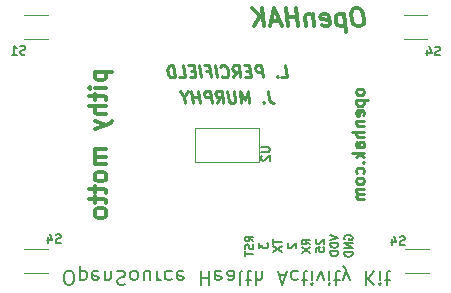
<source format=gbr>
G04 #@! TF.GenerationSoftware,KiCad,Pcbnew,(5.0.1-3-g963ef8bb5)*
G04 #@! TF.CreationDate,2019-05-06T12:15:08-04:00*
G04 #@! TF.ProjectId,OHAK_131,4F48414B5F3133312E6B696361645F70,rev?*
G04 #@! TF.SameCoordinates,Original*
G04 #@! TF.FileFunction,Legend,Bot*
G04 #@! TF.FilePolarity,Positive*
%FSLAX46Y46*%
G04 Gerber Fmt 4.6, Leading zero omitted, Abs format (unit mm)*
G04 Created by KiCad (PCBNEW (5.0.1-3-g963ef8bb5)) date Monday, May 06, 2019 at 12:15:08 PM*
%MOMM*%
%LPD*%
G01*
G04 APERTURE LIST*
%ADD10C,0.150000*%
%ADD11C,0.300000*%
%ADD12C,0.250000*%
%ADD13C,0.200000*%
%ADD14C,0.100000*%
%ADD15C,0.120000*%
G04 APERTURE END LIST*
D10*
X142657546Y-106410526D02*
X142324213Y-106177193D01*
X142657546Y-106010526D02*
X141957546Y-106010526D01*
X141957546Y-106277193D01*
X141990880Y-106343860D01*
X142024213Y-106377193D01*
X142090880Y-106410526D01*
X142190880Y-106410526D01*
X142257546Y-106377193D01*
X142290880Y-106343860D01*
X142324213Y-106277193D01*
X142324213Y-106010526D01*
X142624213Y-106677193D02*
X142657546Y-106777193D01*
X142657546Y-106943860D01*
X142624213Y-107010526D01*
X142590880Y-107043860D01*
X142524213Y-107077193D01*
X142457546Y-107077193D01*
X142390880Y-107043860D01*
X142357546Y-107010526D01*
X142324213Y-106943860D01*
X142290880Y-106810526D01*
X142257546Y-106743860D01*
X142224213Y-106710526D01*
X142157546Y-106677193D01*
X142090880Y-106677193D01*
X142024213Y-106710526D01*
X141990880Y-106743860D01*
X141957546Y-106810526D01*
X141957546Y-106977193D01*
X141990880Y-107077193D01*
X141957546Y-107277193D02*
X141957546Y-107677193D01*
X142657546Y-107477193D02*
X141957546Y-107477193D01*
X143157546Y-106560526D02*
X143157546Y-106993860D01*
X143424213Y-106760526D01*
X143424213Y-106860526D01*
X143457546Y-106927193D01*
X143490880Y-106960526D01*
X143557546Y-106993860D01*
X143724213Y-106993860D01*
X143790880Y-106960526D01*
X143824213Y-106927193D01*
X143857546Y-106860526D01*
X143857546Y-106660526D01*
X143824213Y-106593860D01*
X143790880Y-106560526D01*
X144357546Y-106260526D02*
X144357546Y-106660526D01*
X145057546Y-106460526D02*
X144357546Y-106460526D01*
X144357546Y-106827193D02*
X145057546Y-107293860D01*
X144357546Y-107293860D02*
X145057546Y-106827193D01*
X145624213Y-106593860D02*
X145590880Y-106627193D01*
X145557546Y-106693860D01*
X145557546Y-106860526D01*
X145590880Y-106927193D01*
X145624213Y-106960526D01*
X145690880Y-106993860D01*
X145757546Y-106993860D01*
X145857546Y-106960526D01*
X146257546Y-106560526D01*
X146257546Y-106993860D01*
X147457546Y-106677193D02*
X147124213Y-106443860D01*
X147457546Y-106277193D02*
X146757546Y-106277193D01*
X146757546Y-106543860D01*
X146790880Y-106610526D01*
X146824213Y-106643860D01*
X146890880Y-106677193D01*
X146990880Y-106677193D01*
X147057546Y-106643860D01*
X147090880Y-106610526D01*
X147124213Y-106543860D01*
X147124213Y-106277193D01*
X146757546Y-106910526D02*
X147457546Y-107377193D01*
X146757546Y-107377193D02*
X147457546Y-106910526D01*
X148024213Y-106260526D02*
X147990880Y-106293860D01*
X147957546Y-106360526D01*
X147957546Y-106527193D01*
X147990880Y-106593860D01*
X148024213Y-106627193D01*
X148090880Y-106660526D01*
X148157546Y-106660526D01*
X148257546Y-106627193D01*
X148657546Y-106227193D01*
X148657546Y-106660526D01*
X147957546Y-107293860D02*
X147957546Y-106960526D01*
X148290880Y-106927193D01*
X148257546Y-106960526D01*
X148224213Y-107027193D01*
X148224213Y-107193860D01*
X148257546Y-107260526D01*
X148290880Y-107293860D01*
X148357546Y-107327193D01*
X148524213Y-107327193D01*
X148590880Y-107293860D01*
X148624213Y-107260526D01*
X148657546Y-107193860D01*
X148657546Y-107027193D01*
X148624213Y-106960526D01*
X148590880Y-106927193D01*
X149157546Y-105860526D02*
X149857546Y-106093860D01*
X149157546Y-106327193D01*
X149857546Y-106560526D02*
X149157546Y-106560526D01*
X149157546Y-106727193D01*
X149190880Y-106827193D01*
X149257546Y-106893860D01*
X149324213Y-106927193D01*
X149457546Y-106960526D01*
X149557546Y-106960526D01*
X149690880Y-106927193D01*
X149757546Y-106893860D01*
X149824213Y-106827193D01*
X149857546Y-106727193D01*
X149857546Y-106560526D01*
X149857546Y-107260526D02*
X149157546Y-107260526D01*
X149157546Y-107427193D01*
X149190880Y-107527193D01*
X149257546Y-107593860D01*
X149324213Y-107627193D01*
X149457546Y-107660526D01*
X149557546Y-107660526D01*
X149690880Y-107627193D01*
X149757546Y-107593860D01*
X149824213Y-107527193D01*
X149857546Y-107427193D01*
X149857546Y-107260526D01*
X150390880Y-106260526D02*
X150357546Y-106193860D01*
X150357546Y-106093860D01*
X150390880Y-105993860D01*
X150457546Y-105927193D01*
X150524213Y-105893860D01*
X150657546Y-105860526D01*
X150757546Y-105860526D01*
X150890880Y-105893860D01*
X150957546Y-105927193D01*
X151024213Y-105993860D01*
X151057546Y-106093860D01*
X151057546Y-106160526D01*
X151024213Y-106260526D01*
X150990880Y-106293860D01*
X150757546Y-106293860D01*
X150757546Y-106160526D01*
X151057546Y-106593860D02*
X150357546Y-106593860D01*
X151057546Y-106993860D01*
X150357546Y-106993860D01*
X151057546Y-107327193D02*
X150357546Y-107327193D01*
X150357546Y-107493860D01*
X150390880Y-107593860D01*
X150457546Y-107660526D01*
X150524213Y-107693860D01*
X150657546Y-107727193D01*
X150757546Y-107727193D01*
X150890880Y-107693860D01*
X150957546Y-107660526D01*
X151024213Y-107593860D01*
X151057546Y-107493860D01*
X151057546Y-107327193D01*
D11*
X129219451Y-92051002D02*
X130719451Y-92051002D01*
X129290880Y-92051002D02*
X129219451Y-92193860D01*
X129219451Y-92479574D01*
X129290880Y-92622431D01*
X129362308Y-92693860D01*
X129505165Y-92765288D01*
X129933737Y-92765288D01*
X130076594Y-92693860D01*
X130148022Y-92622431D01*
X130219451Y-92479574D01*
X130219451Y-92193860D01*
X130148022Y-92051002D01*
X130219451Y-93408145D02*
X129219451Y-93408145D01*
X128719451Y-93408145D02*
X128790880Y-93336717D01*
X128862308Y-93408145D01*
X128790880Y-93479574D01*
X128719451Y-93408145D01*
X128862308Y-93408145D01*
X129219451Y-93908145D02*
X129219451Y-94479574D01*
X128719451Y-94122431D02*
X130005165Y-94122431D01*
X130148022Y-94193860D01*
X130219451Y-94336717D01*
X130219451Y-94479574D01*
X130219451Y-94979574D02*
X128719451Y-94979574D01*
X130219451Y-95622431D02*
X129433737Y-95622431D01*
X129290880Y-95551002D01*
X129219451Y-95408145D01*
X129219451Y-95193860D01*
X129290880Y-95051002D01*
X129362308Y-94979574D01*
X129219451Y-96193860D02*
X130219451Y-96551002D01*
X129219451Y-96908145D02*
X130219451Y-96551002D01*
X130576594Y-96408145D01*
X130648022Y-96336717D01*
X130719451Y-96193860D01*
X130219451Y-98622431D02*
X129219451Y-98622431D01*
X129362308Y-98622431D02*
X129290880Y-98693860D01*
X129219451Y-98836717D01*
X129219451Y-99051002D01*
X129290880Y-99193860D01*
X129433737Y-99265288D01*
X130219451Y-99265288D01*
X129433737Y-99265288D02*
X129290880Y-99336717D01*
X129219451Y-99479574D01*
X129219451Y-99693860D01*
X129290880Y-99836717D01*
X129433737Y-99908145D01*
X130219451Y-99908145D01*
X130219451Y-100836717D02*
X130148022Y-100693860D01*
X130076594Y-100622431D01*
X129933737Y-100551002D01*
X129505165Y-100551002D01*
X129362308Y-100622431D01*
X129290880Y-100693860D01*
X129219451Y-100836717D01*
X129219451Y-101051002D01*
X129290880Y-101193860D01*
X129362308Y-101265288D01*
X129505165Y-101336717D01*
X129933737Y-101336717D01*
X130076594Y-101265288D01*
X130148022Y-101193860D01*
X130219451Y-101051002D01*
X130219451Y-100836717D01*
X129219451Y-101765288D02*
X129219451Y-102336717D01*
X128719451Y-101979574D02*
X130005165Y-101979574D01*
X130148022Y-102051002D01*
X130219451Y-102193860D01*
X130219451Y-102336717D01*
X129219451Y-102622431D02*
X129219451Y-103193860D01*
X128719451Y-102836717D02*
X130005165Y-102836717D01*
X130148022Y-102908145D01*
X130219451Y-103051002D01*
X130219451Y-103193860D01*
X130219451Y-103908145D02*
X130148022Y-103765288D01*
X130076594Y-103693860D01*
X129933737Y-103622431D01*
X129505165Y-103622431D01*
X129362308Y-103693860D01*
X129290880Y-103765288D01*
X129219451Y-103908145D01*
X129219451Y-104122431D01*
X129290880Y-104265288D01*
X129362308Y-104336717D01*
X129505165Y-104408145D01*
X129933737Y-104408145D01*
X130076594Y-104336717D01*
X130148022Y-104265288D01*
X130219451Y-104122431D01*
X130219451Y-103908145D01*
D12*
X152018260Y-93693860D02*
X151970641Y-93598621D01*
X151923022Y-93551002D01*
X151827784Y-93503383D01*
X151542070Y-93503383D01*
X151446832Y-93551002D01*
X151399213Y-93598621D01*
X151351594Y-93693860D01*
X151351594Y-93836717D01*
X151399213Y-93931955D01*
X151446832Y-93979574D01*
X151542070Y-94027193D01*
X151827784Y-94027193D01*
X151923022Y-93979574D01*
X151970641Y-93931955D01*
X152018260Y-93836717D01*
X152018260Y-93693860D01*
X151351594Y-94455764D02*
X152351594Y-94455764D01*
X151399213Y-94455764D02*
X151351594Y-94551002D01*
X151351594Y-94741479D01*
X151399213Y-94836717D01*
X151446832Y-94884336D01*
X151542070Y-94931955D01*
X151827784Y-94931955D01*
X151923022Y-94884336D01*
X151970641Y-94836717D01*
X152018260Y-94741479D01*
X152018260Y-94551002D01*
X151970641Y-94455764D01*
X151970641Y-95741479D02*
X152018260Y-95646240D01*
X152018260Y-95455764D01*
X151970641Y-95360526D01*
X151875403Y-95312907D01*
X151494451Y-95312907D01*
X151399213Y-95360526D01*
X151351594Y-95455764D01*
X151351594Y-95646240D01*
X151399213Y-95741479D01*
X151494451Y-95789098D01*
X151589689Y-95789098D01*
X151684927Y-95312907D01*
X151351594Y-96217669D02*
X152018260Y-96217669D01*
X151446832Y-96217669D02*
X151399213Y-96265288D01*
X151351594Y-96360526D01*
X151351594Y-96503383D01*
X151399213Y-96598621D01*
X151494451Y-96646240D01*
X152018260Y-96646240D01*
X152018260Y-97122431D02*
X151018260Y-97122431D01*
X152018260Y-97551002D02*
X151494451Y-97551002D01*
X151399213Y-97503383D01*
X151351594Y-97408145D01*
X151351594Y-97265288D01*
X151399213Y-97170050D01*
X151446832Y-97122431D01*
X152018260Y-98455764D02*
X151494451Y-98455764D01*
X151399213Y-98408145D01*
X151351594Y-98312907D01*
X151351594Y-98122431D01*
X151399213Y-98027193D01*
X151970641Y-98455764D02*
X152018260Y-98360526D01*
X152018260Y-98122431D01*
X151970641Y-98027193D01*
X151875403Y-97979574D01*
X151780165Y-97979574D01*
X151684927Y-98027193D01*
X151637308Y-98122431D01*
X151637308Y-98360526D01*
X151589689Y-98455764D01*
X152018260Y-98931955D02*
X151018260Y-98931955D01*
X151637308Y-99027193D02*
X152018260Y-99312907D01*
X151351594Y-99312907D02*
X151732546Y-98931955D01*
X151923022Y-99741479D02*
X151970641Y-99789098D01*
X152018260Y-99741479D01*
X151970641Y-99693860D01*
X151923022Y-99741479D01*
X152018260Y-99741479D01*
X151970641Y-100646240D02*
X152018260Y-100551002D01*
X152018260Y-100360526D01*
X151970641Y-100265288D01*
X151923022Y-100217669D01*
X151827784Y-100170050D01*
X151542070Y-100170050D01*
X151446832Y-100217669D01*
X151399213Y-100265288D01*
X151351594Y-100360526D01*
X151351594Y-100551002D01*
X151399213Y-100646240D01*
X152018260Y-101217669D02*
X151970641Y-101122431D01*
X151923022Y-101074812D01*
X151827784Y-101027193D01*
X151542070Y-101027193D01*
X151446832Y-101074812D01*
X151399213Y-101122431D01*
X151351594Y-101217669D01*
X151351594Y-101360526D01*
X151399213Y-101455764D01*
X151446832Y-101503383D01*
X151542070Y-101551002D01*
X151827784Y-101551002D01*
X151923022Y-101503383D01*
X151970641Y-101455764D01*
X152018260Y-101360526D01*
X152018260Y-101217669D01*
X152018260Y-101979574D02*
X151351594Y-101979574D01*
X151446832Y-101979574D02*
X151399213Y-102027193D01*
X151351594Y-102122431D01*
X151351594Y-102265288D01*
X151399213Y-102360526D01*
X151494451Y-102408145D01*
X152018260Y-102408145D01*
X151494451Y-102408145D02*
X151399213Y-102455764D01*
X151351594Y-102551002D01*
X151351594Y-102693860D01*
X151399213Y-102789098D01*
X151494451Y-102836717D01*
X152018260Y-102836717D01*
D13*
X126933737Y-110101002D02*
X127162308Y-110101002D01*
X127276594Y-110043860D01*
X127390880Y-109929574D01*
X127448022Y-109701002D01*
X127448022Y-109301002D01*
X127390880Y-109072431D01*
X127276594Y-108958145D01*
X127162308Y-108901002D01*
X126933737Y-108901002D01*
X126819451Y-108958145D01*
X126705165Y-109072431D01*
X126648022Y-109301002D01*
X126648022Y-109701002D01*
X126705165Y-109929574D01*
X126819451Y-110043860D01*
X126933737Y-110101002D01*
X127962308Y-109701002D02*
X127962308Y-108501002D01*
X127962308Y-109643860D02*
X128076594Y-109701002D01*
X128305165Y-109701002D01*
X128419451Y-109643860D01*
X128476594Y-109586717D01*
X128533737Y-109472431D01*
X128533737Y-109129574D01*
X128476594Y-109015288D01*
X128419451Y-108958145D01*
X128305165Y-108901002D01*
X128076594Y-108901002D01*
X127962308Y-108958145D01*
X129505165Y-108958145D02*
X129390880Y-108901002D01*
X129162308Y-108901002D01*
X129048022Y-108958145D01*
X128990880Y-109072431D01*
X128990880Y-109529574D01*
X129048022Y-109643860D01*
X129162308Y-109701002D01*
X129390880Y-109701002D01*
X129505165Y-109643860D01*
X129562308Y-109529574D01*
X129562308Y-109415288D01*
X128990880Y-109301002D01*
X130076594Y-109701002D02*
X130076594Y-108901002D01*
X130076594Y-109586717D02*
X130133737Y-109643860D01*
X130248022Y-109701002D01*
X130419451Y-109701002D01*
X130533737Y-109643860D01*
X130590880Y-109529574D01*
X130590880Y-108901002D01*
X131105165Y-108958145D02*
X131276594Y-108901002D01*
X131562308Y-108901002D01*
X131676594Y-108958145D01*
X131733737Y-109015288D01*
X131790880Y-109129574D01*
X131790880Y-109243860D01*
X131733737Y-109358145D01*
X131676594Y-109415288D01*
X131562308Y-109472431D01*
X131333737Y-109529574D01*
X131219451Y-109586717D01*
X131162308Y-109643860D01*
X131105165Y-109758145D01*
X131105165Y-109872431D01*
X131162308Y-109986717D01*
X131219451Y-110043860D01*
X131333737Y-110101002D01*
X131619451Y-110101002D01*
X131790880Y-110043860D01*
X132476594Y-108901002D02*
X132362308Y-108958145D01*
X132305165Y-109015288D01*
X132248022Y-109129574D01*
X132248022Y-109472431D01*
X132305165Y-109586717D01*
X132362308Y-109643860D01*
X132476594Y-109701002D01*
X132648022Y-109701002D01*
X132762308Y-109643860D01*
X132819451Y-109586717D01*
X132876594Y-109472431D01*
X132876594Y-109129574D01*
X132819451Y-109015288D01*
X132762308Y-108958145D01*
X132648022Y-108901002D01*
X132476594Y-108901002D01*
X133905165Y-109701002D02*
X133905165Y-108901002D01*
X133390880Y-109701002D02*
X133390880Y-109072431D01*
X133448022Y-108958145D01*
X133562308Y-108901002D01*
X133733737Y-108901002D01*
X133848022Y-108958145D01*
X133905165Y-109015288D01*
X134476594Y-108901002D02*
X134476594Y-109701002D01*
X134476594Y-109472431D02*
X134533737Y-109586717D01*
X134590880Y-109643860D01*
X134705165Y-109701002D01*
X134819451Y-109701002D01*
X135733737Y-108958145D02*
X135619451Y-108901002D01*
X135390880Y-108901002D01*
X135276594Y-108958145D01*
X135219451Y-109015288D01*
X135162308Y-109129574D01*
X135162308Y-109472431D01*
X135219451Y-109586717D01*
X135276594Y-109643860D01*
X135390880Y-109701002D01*
X135619451Y-109701002D01*
X135733737Y-109643860D01*
X136705165Y-108958145D02*
X136590880Y-108901002D01*
X136362308Y-108901002D01*
X136248022Y-108958145D01*
X136190880Y-109072431D01*
X136190880Y-109529574D01*
X136248022Y-109643860D01*
X136362308Y-109701002D01*
X136590880Y-109701002D01*
X136705165Y-109643860D01*
X136762308Y-109529574D01*
X136762308Y-109415288D01*
X136190880Y-109301002D01*
X138190880Y-108901002D02*
X138190880Y-110101002D01*
X138190880Y-109529574D02*
X138876594Y-109529574D01*
X138876594Y-108901002D02*
X138876594Y-110101002D01*
X139905165Y-108958145D02*
X139790880Y-108901002D01*
X139562308Y-108901002D01*
X139448022Y-108958145D01*
X139390880Y-109072431D01*
X139390880Y-109529574D01*
X139448022Y-109643860D01*
X139562308Y-109701002D01*
X139790880Y-109701002D01*
X139905165Y-109643860D01*
X139962308Y-109529574D01*
X139962308Y-109415288D01*
X139390880Y-109301002D01*
X140990880Y-108901002D02*
X140990880Y-109529574D01*
X140933737Y-109643860D01*
X140819451Y-109701002D01*
X140590880Y-109701002D01*
X140476594Y-109643860D01*
X140990880Y-108958145D02*
X140876594Y-108901002D01*
X140590880Y-108901002D01*
X140476594Y-108958145D01*
X140419451Y-109072431D01*
X140419451Y-109186717D01*
X140476594Y-109301002D01*
X140590880Y-109358145D01*
X140876594Y-109358145D01*
X140990880Y-109415288D01*
X141733737Y-108901002D02*
X141619451Y-108958145D01*
X141562308Y-109072431D01*
X141562308Y-110101002D01*
X142019451Y-109701002D02*
X142476594Y-109701002D01*
X142190880Y-110101002D02*
X142190880Y-109072431D01*
X142248022Y-108958145D01*
X142362308Y-108901002D01*
X142476594Y-108901002D01*
X142876594Y-108901002D02*
X142876594Y-110101002D01*
X143390880Y-108901002D02*
X143390880Y-109529574D01*
X143333737Y-109643860D01*
X143219451Y-109701002D01*
X143048022Y-109701002D01*
X142933737Y-109643860D01*
X142876594Y-109586717D01*
X144819451Y-109243860D02*
X145390880Y-109243860D01*
X144705165Y-108901002D02*
X145105165Y-110101002D01*
X145505165Y-108901002D01*
X146419451Y-108958145D02*
X146305165Y-108901002D01*
X146076594Y-108901002D01*
X145962308Y-108958145D01*
X145905165Y-109015288D01*
X145848022Y-109129574D01*
X145848022Y-109472431D01*
X145905165Y-109586717D01*
X145962308Y-109643860D01*
X146076594Y-109701002D01*
X146305165Y-109701002D01*
X146419451Y-109643860D01*
X146762308Y-109701002D02*
X147219451Y-109701002D01*
X146933737Y-110101002D02*
X146933737Y-109072431D01*
X146990880Y-108958145D01*
X147105165Y-108901002D01*
X147219451Y-108901002D01*
X147619451Y-108901002D02*
X147619451Y-109701002D01*
X147619451Y-110101002D02*
X147562308Y-110043860D01*
X147619451Y-109986717D01*
X147676594Y-110043860D01*
X147619451Y-110101002D01*
X147619451Y-109986717D01*
X148076594Y-109701002D02*
X148362308Y-108901002D01*
X148648022Y-109701002D01*
X149105165Y-108901002D02*
X149105165Y-109701002D01*
X149105165Y-110101002D02*
X149048022Y-110043860D01*
X149105165Y-109986717D01*
X149162308Y-110043860D01*
X149105165Y-110101002D01*
X149105165Y-109986717D01*
X149505165Y-109701002D02*
X149962308Y-109701002D01*
X149676594Y-110101002D02*
X149676594Y-109072431D01*
X149733737Y-108958145D01*
X149848022Y-108901002D01*
X149962308Y-108901002D01*
X150248022Y-109701002D02*
X150533737Y-108901002D01*
X150819451Y-109701002D02*
X150533737Y-108901002D01*
X150419451Y-108615288D01*
X150362308Y-108558145D01*
X150248022Y-108501002D01*
X152190880Y-108901002D02*
X152190880Y-110101002D01*
X152876594Y-108901002D02*
X152362308Y-109586717D01*
X152876594Y-110101002D02*
X152190880Y-109415288D01*
X153390880Y-108901002D02*
X153390880Y-109701002D01*
X153390880Y-110101002D02*
X153333737Y-110043860D01*
X153390880Y-109986717D01*
X153448022Y-110043860D01*
X153390880Y-110101002D01*
X153390880Y-109986717D01*
X153790880Y-109701002D02*
X154248022Y-109701002D01*
X153962308Y-110101002D02*
X153962308Y-109072431D01*
X154019451Y-108958145D01*
X154133737Y-108901002D01*
X154248022Y-108901002D01*
D11*
X151538880Y-86704431D02*
X151253165Y-86704431D01*
X151119237Y-86775860D01*
X150994237Y-86918717D01*
X150958522Y-87204431D01*
X151021022Y-87704431D01*
X151128165Y-87990145D01*
X151288880Y-88133002D01*
X151440665Y-88204431D01*
X151726380Y-88204431D01*
X151860308Y-88133002D01*
X151985308Y-87990145D01*
X152021022Y-87704431D01*
X151958522Y-87204431D01*
X151851380Y-86918717D01*
X151690665Y-86775860D01*
X151538880Y-86704431D01*
X150315665Y-87204431D02*
X150503165Y-88704431D01*
X150324594Y-87275860D02*
X150172808Y-87204431D01*
X149887094Y-87204431D01*
X149753165Y-87275860D01*
X149690665Y-87347288D01*
X149637094Y-87490145D01*
X149690665Y-87918717D01*
X149779951Y-88061574D01*
X149860308Y-88133002D01*
X150012094Y-88204431D01*
X150297808Y-88204431D01*
X150431737Y-88133002D01*
X148503165Y-88133002D02*
X148654951Y-88204431D01*
X148940665Y-88204431D01*
X149074594Y-88133002D01*
X149128165Y-87990145D01*
X149056737Y-87418717D01*
X148967451Y-87275860D01*
X148815665Y-87204431D01*
X148529951Y-87204431D01*
X148396022Y-87275860D01*
X148342451Y-87418717D01*
X148360308Y-87561574D01*
X149092451Y-87704431D01*
X147672808Y-87204431D02*
X147797808Y-88204431D01*
X147690665Y-87347288D02*
X147610308Y-87275860D01*
X147458522Y-87204431D01*
X147244237Y-87204431D01*
X147110308Y-87275860D01*
X147056737Y-87418717D01*
X147154951Y-88204431D01*
X146440665Y-88204431D02*
X146253165Y-86704431D01*
X146342451Y-87418717D02*
X145485308Y-87418717D01*
X145583522Y-88204431D02*
X145396022Y-86704431D01*
X144887094Y-87775860D02*
X144172808Y-87775860D01*
X145083522Y-88204431D02*
X144396022Y-86704431D01*
X144083522Y-88204431D01*
X143583522Y-88204431D02*
X143396022Y-86704431D01*
X142726380Y-88204431D02*
X143262094Y-87347288D01*
X142538880Y-86704431D02*
X143503165Y-87561574D01*
D12*
X145022799Y-92521240D02*
X145498990Y-92521240D01*
X145373990Y-91521240D01*
X144677561Y-92426002D02*
X144635894Y-92473621D01*
X144689466Y-92521240D01*
X144731132Y-92473621D01*
X144677561Y-92426002D01*
X144689466Y-92521240D01*
X143451371Y-92521240D02*
X143326371Y-91521240D01*
X142945418Y-91521240D01*
X142856132Y-91568860D01*
X142814466Y-91616479D01*
X142778752Y-91711717D01*
X142796609Y-91854574D01*
X142856132Y-91949812D01*
X142909704Y-91997431D01*
X143010894Y-92045050D01*
X143391847Y-92045050D01*
X142385894Y-91997431D02*
X142052561Y-91997431D01*
X141975180Y-92521240D02*
X142451371Y-92521240D01*
X142326371Y-91521240D01*
X141850180Y-91521240D01*
X140975180Y-92521240D02*
X141248990Y-92045050D01*
X141546609Y-92521240D02*
X141421609Y-91521240D01*
X141040656Y-91521240D01*
X140951371Y-91568860D01*
X140909704Y-91616479D01*
X140873990Y-91711717D01*
X140891847Y-91854574D01*
X140951371Y-91949812D01*
X141004942Y-91997431D01*
X141106132Y-92045050D01*
X141487085Y-92045050D01*
X139963275Y-92426002D02*
X140016847Y-92473621D01*
X140165656Y-92521240D01*
X140260894Y-92521240D01*
X140397799Y-92473621D01*
X140481132Y-92378383D01*
X140516847Y-92283145D01*
X140540656Y-92092669D01*
X140522799Y-91949812D01*
X140451371Y-91759336D01*
X140391847Y-91664098D01*
X140284704Y-91568860D01*
X140135894Y-91521240D01*
X140040656Y-91521240D01*
X139903752Y-91568860D01*
X139862085Y-91616479D01*
X139546609Y-92521240D02*
X139421609Y-91521240D01*
X138671609Y-91997431D02*
X139004942Y-91997431D01*
X139070418Y-92521240D02*
X138945418Y-91521240D01*
X138469228Y-91521240D01*
X138213275Y-92521240D02*
X138088275Y-91521240D01*
X137671609Y-91997431D02*
X137338275Y-91997431D01*
X137260894Y-92521240D02*
X137737085Y-92521240D01*
X137612085Y-91521240D01*
X137135894Y-91521240D01*
X136356132Y-92521240D02*
X136832323Y-92521240D01*
X136707323Y-91521240D01*
X136022799Y-92521240D02*
X135897799Y-91521240D01*
X135659704Y-91521240D01*
X135522799Y-91568860D01*
X135439466Y-91664098D01*
X135403752Y-91759336D01*
X135379942Y-91949812D01*
X135397799Y-92092669D01*
X135469228Y-92283145D01*
X135528752Y-92378383D01*
X135635894Y-92473621D01*
X135784704Y-92521240D01*
X136022799Y-92521240D01*
X143897799Y-93696240D02*
X143987085Y-94410526D01*
X144052561Y-94553383D01*
X144159704Y-94648621D01*
X144308513Y-94696240D01*
X144403752Y-94696240D01*
X143534704Y-94601002D02*
X143493037Y-94648621D01*
X143546609Y-94696240D01*
X143588275Y-94648621D01*
X143534704Y-94601002D01*
X143546609Y-94696240D01*
X142308513Y-94696240D02*
X142183513Y-93696240D01*
X141939466Y-94410526D01*
X141516847Y-93696240D01*
X141641847Y-94696240D01*
X141040656Y-93696240D02*
X141141847Y-94505764D01*
X141106132Y-94601002D01*
X141064466Y-94648621D01*
X140975180Y-94696240D01*
X140784704Y-94696240D01*
X140683513Y-94648621D01*
X140629942Y-94601002D01*
X140570418Y-94505764D01*
X140469228Y-93696240D01*
X139546609Y-94696240D02*
X139820418Y-94220050D01*
X140118037Y-94696240D02*
X139993037Y-93696240D01*
X139612085Y-93696240D01*
X139522799Y-93743860D01*
X139481132Y-93791479D01*
X139445418Y-93886717D01*
X139463275Y-94029574D01*
X139522799Y-94124812D01*
X139576371Y-94172431D01*
X139677561Y-94220050D01*
X140058513Y-94220050D01*
X139118037Y-94696240D02*
X138993037Y-93696240D01*
X138612085Y-93696240D01*
X138522799Y-93743860D01*
X138481132Y-93791479D01*
X138445418Y-93886717D01*
X138463275Y-94029574D01*
X138522799Y-94124812D01*
X138576371Y-94172431D01*
X138677561Y-94220050D01*
X139058513Y-94220050D01*
X138118037Y-94696240D02*
X137993037Y-93696240D01*
X138052561Y-94172431D02*
X137481132Y-94172431D01*
X137546609Y-94696240D02*
X137421609Y-93696240D01*
X136820418Y-94220050D02*
X136879942Y-94696240D01*
X137088275Y-93696240D02*
X136820418Y-94220050D01*
X136421609Y-93696240D01*
D14*
G04 #@! TO.C,U2*
X143103880Y-96836860D02*
X137703880Y-96836860D01*
X143103880Y-99736860D02*
X143103880Y-96836860D01*
X137703880Y-96836860D02*
X137703880Y-99736860D01*
X137703880Y-99736860D02*
X143103880Y-99736860D01*
D15*
G04 #@! TO.C,S4*
X157392880Y-89307860D02*
X155392880Y-89307860D01*
X155392880Y-87267860D02*
X157392880Y-87267860D01*
X157519880Y-109119860D02*
X155519880Y-109119860D01*
X155519880Y-107079860D02*
X157519880Y-107079860D01*
X125261880Y-109119860D02*
X123261880Y-109119860D01*
X123261880Y-107079860D02*
X125261880Y-107079860D01*
G04 #@! TO.C,S1*
X125261880Y-89307860D02*
X123261880Y-89307860D01*
X123261880Y-87267860D02*
X125261880Y-87267860D01*
G04 #@! TO.C,U2*
D10*
X143293834Y-98421706D02*
X143900977Y-98421706D01*
X143972406Y-98457420D01*
X144008120Y-98493135D01*
X144043834Y-98564563D01*
X144043834Y-98707420D01*
X144008120Y-98778849D01*
X143972406Y-98814563D01*
X143900977Y-98850277D01*
X143293834Y-98850277D01*
X143365263Y-99171706D02*
X143329549Y-99207420D01*
X143293834Y-99278849D01*
X143293834Y-99457420D01*
X143329549Y-99528849D01*
X143365263Y-99564563D01*
X143436691Y-99600277D01*
X143508120Y-99600277D01*
X143615263Y-99564563D01*
X144043834Y-99135992D01*
X144043834Y-99600277D01*
G04 #@! TO.C,S4*
X158462308Y-90647431D02*
X158355165Y-90683145D01*
X158176594Y-90683145D01*
X158105165Y-90647431D01*
X158069451Y-90611717D01*
X158033737Y-90540288D01*
X158033737Y-90468860D01*
X158069451Y-90397431D01*
X158105165Y-90361717D01*
X158176594Y-90326002D01*
X158319451Y-90290288D01*
X158390880Y-90254574D01*
X158426594Y-90218860D01*
X158462308Y-90147431D01*
X158462308Y-90076002D01*
X158426594Y-90004574D01*
X158390880Y-89968860D01*
X158319451Y-89933145D01*
X158140880Y-89933145D01*
X158033737Y-89968860D01*
X157390880Y-90183145D02*
X157390880Y-90683145D01*
X157569451Y-89897431D02*
X157748022Y-90433145D01*
X157283737Y-90433145D01*
X155462308Y-106697431D02*
X155355165Y-106733145D01*
X155176594Y-106733145D01*
X155105165Y-106697431D01*
X155069451Y-106661717D01*
X155033737Y-106590288D01*
X155033737Y-106518860D01*
X155069451Y-106447431D01*
X155105165Y-106411717D01*
X155176594Y-106376002D01*
X155319451Y-106340288D01*
X155390880Y-106304574D01*
X155426594Y-106268860D01*
X155462308Y-106197431D01*
X155462308Y-106126002D01*
X155426594Y-106054574D01*
X155390880Y-106018860D01*
X155319451Y-105983145D01*
X155140880Y-105983145D01*
X155033737Y-106018860D01*
X154390880Y-106233145D02*
X154390880Y-106733145D01*
X154569451Y-105947431D02*
X154748022Y-106483145D01*
X154283737Y-106483145D01*
X126337308Y-106522431D02*
X126230165Y-106558145D01*
X126051594Y-106558145D01*
X125980165Y-106522431D01*
X125944451Y-106486717D01*
X125908737Y-106415288D01*
X125908737Y-106343860D01*
X125944451Y-106272431D01*
X125980165Y-106236717D01*
X126051594Y-106201002D01*
X126194451Y-106165288D01*
X126265880Y-106129574D01*
X126301594Y-106093860D01*
X126337308Y-106022431D01*
X126337308Y-105951002D01*
X126301594Y-105879574D01*
X126265880Y-105843860D01*
X126194451Y-105808145D01*
X126015880Y-105808145D01*
X125908737Y-105843860D01*
X125265880Y-106058145D02*
X125265880Y-106558145D01*
X125444451Y-105772431D02*
X125623022Y-106308145D01*
X125158737Y-106308145D01*
G04 #@! TO.C,S1*
X123337308Y-90572431D02*
X123230165Y-90608145D01*
X123051594Y-90608145D01*
X122980165Y-90572431D01*
X122944451Y-90536717D01*
X122908737Y-90465288D01*
X122908737Y-90393860D01*
X122944451Y-90322431D01*
X122980165Y-90286717D01*
X123051594Y-90251002D01*
X123194451Y-90215288D01*
X123265880Y-90179574D01*
X123301594Y-90143860D01*
X123337308Y-90072431D01*
X123337308Y-90001002D01*
X123301594Y-89929574D01*
X123265880Y-89893860D01*
X123194451Y-89858145D01*
X123015880Y-89858145D01*
X122908737Y-89893860D01*
X122194451Y-90608145D02*
X122623022Y-90608145D01*
X122408737Y-90608145D02*
X122408737Y-89858145D01*
X122480165Y-89965288D01*
X122551594Y-90036717D01*
X122623022Y-90072431D01*
G04 #@! TD*
M02*

</source>
